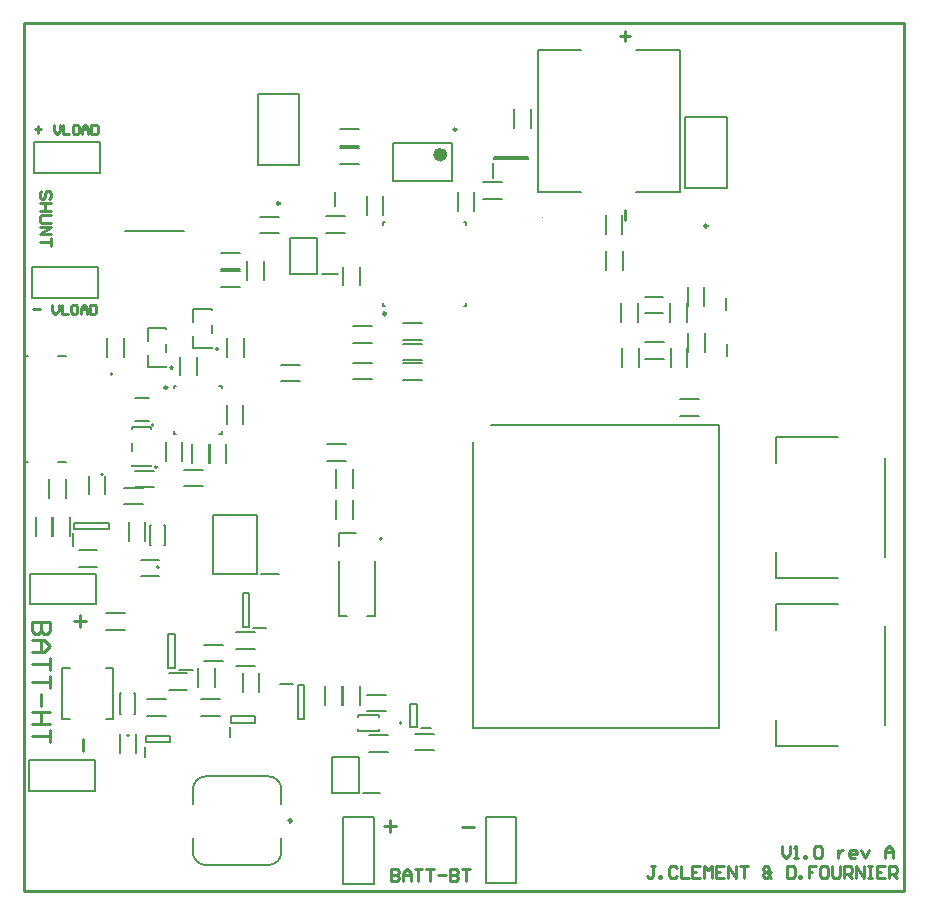
<source format=gto>
G04*
G04 #@! TF.GenerationSoftware,Altium Limited,Altium Designer,22.10.1 (41)*
G04*
G04 Layer_Color=65535*
%FSLAX43Y43*%
%MOMM*%
G71*
G04*
G04 #@! TF.SameCoordinates,DCDCABE6-F013-49A3-9D9D-6440811BB2A6*
G04*
G04*
G04 #@! TF.FilePolarity,Positive*
G04*
G01*
G75*
%ADD10C,0.250*%
%ADD11C,0.600*%
%ADD12C,0.100*%
%ADD13C,0.200*%
%ADD14C,0.150*%
%ADD15C,0.127*%
%ADD16C,0.254*%
D10*
X30675Y48850D02*
G03*
X30675Y48850I-125J0D01*
G01*
X36655Y64450D02*
G03*
X36655Y64450I-125J0D01*
G01*
X11290Y35870D02*
G03*
X11290Y35870I-75J0D01*
G01*
X22700Y5925D02*
G03*
X22700Y5925I-125J0D01*
G01*
X12170Y42610D02*
G03*
X12170Y42610I-125J0D01*
G01*
X21700Y58205D02*
G03*
X21700Y58205I-125J0D01*
G01*
X57900Y56280D02*
G03*
X57900Y56280I-125J0D01*
G01*
X16475Y45875D02*
G03*
X16475Y45875I-75J0D01*
G01*
X12600Y44275D02*
G03*
X12600Y44275I-75J0D01*
G01*
X31100Y1800D02*
Y800D01*
X31600D01*
X31766Y967D01*
Y1133D01*
X31600Y1300D01*
X31100D01*
X31600D01*
X31766Y1466D01*
Y1633D01*
X31600Y1800D01*
X31100D01*
X32100Y800D02*
Y1466D01*
X32433Y1800D01*
X32766Y1466D01*
Y800D01*
Y1300D01*
X32100D01*
X33099Y1800D02*
X33766D01*
X33433D01*
Y800D01*
X34099Y1800D02*
X34765D01*
X34432D01*
Y800D01*
X35099Y1300D02*
X35765D01*
X36098Y1800D02*
Y800D01*
X36598D01*
X36765Y967D01*
Y1133D01*
X36598Y1300D01*
X36098D01*
X36598D01*
X36765Y1466D01*
Y1633D01*
X36598Y1800D01*
X36098D01*
X37098D02*
X37765D01*
X37431D01*
Y800D01*
X64250Y3750D02*
Y3083D01*
X64583Y2750D01*
X64916Y3083D01*
Y3750D01*
X65250Y2750D02*
X65583D01*
X65416D01*
Y3750D01*
X65250Y3583D01*
X66083Y2750D02*
Y2917D01*
X66249D01*
Y2750D01*
X66083D01*
X66916Y3583D02*
X67082Y3750D01*
X67416D01*
X67582Y3583D01*
Y2917D01*
X67416Y2750D01*
X67082D01*
X66916Y2917D01*
Y3583D01*
X68915Y3416D02*
Y2750D01*
Y3083D01*
X69082Y3250D01*
X69248Y3416D01*
X69415D01*
X70415Y2750D02*
X70081D01*
X69915Y2917D01*
Y3250D01*
X70081Y3416D01*
X70415D01*
X70581Y3250D01*
Y3083D01*
X69915D01*
X70915Y3416D02*
X71248Y2750D01*
X71581Y3416D01*
X72914Y2750D02*
Y3416D01*
X73247Y3750D01*
X73580Y3416D01*
Y2750D01*
Y3250D01*
X72914D01*
X53466Y2100D02*
X53133D01*
X53300D01*
Y1267D01*
X53133Y1100D01*
X52967D01*
X52800Y1267D01*
X53800Y1100D02*
Y1267D01*
X53966D01*
Y1100D01*
X53800D01*
X55299Y1933D02*
X55133Y2100D01*
X54799D01*
X54633Y1933D01*
Y1267D01*
X54799Y1100D01*
X55133D01*
X55299Y1267D01*
X55632Y2100D02*
Y1100D01*
X56299D01*
X57299Y2100D02*
X56632D01*
Y1100D01*
X57299D01*
X56632Y1600D02*
X56965D01*
X57632Y1100D02*
Y2100D01*
X57965Y1766D01*
X58298Y2100D01*
Y1100D01*
X59298Y2100D02*
X58631D01*
Y1100D01*
X59298D01*
X58631Y1600D02*
X58965D01*
X59631Y1100D02*
Y2100D01*
X60298Y1100D01*
Y2100D01*
X60631D02*
X61297D01*
X60964D01*
Y1100D01*
X63297D02*
X63130Y1267D01*
X62963Y1100D01*
X62797D01*
X62630Y1267D01*
Y1433D01*
X62797Y1600D01*
X62630Y1766D01*
Y1933D01*
X62797Y2100D01*
X62963D01*
X63130Y1933D01*
Y1766D01*
X62963Y1600D01*
X63130Y1433D01*
Y1267D01*
X63297Y1600D02*
X63130Y1433D01*
X62797Y1600D02*
X62963D01*
X64630Y2100D02*
Y1100D01*
X65129D01*
X65296Y1267D01*
Y1933D01*
X65129Y2100D01*
X64630D01*
X65629Y1100D02*
Y1267D01*
X65796D01*
Y1100D01*
X65629D01*
X67129Y2100D02*
X66462D01*
Y1600D01*
X66795D01*
X66462D01*
Y1100D01*
X67962Y2100D02*
X67629D01*
X67462Y1933D01*
Y1267D01*
X67629Y1100D01*
X67962D01*
X68128Y1267D01*
Y1933D01*
X67962Y2100D01*
X68462D02*
Y1267D01*
X68628Y1100D01*
X68961D01*
X69128Y1267D01*
Y2100D01*
X69461Y1100D02*
Y2100D01*
X69961D01*
X70128Y1933D01*
Y1600D01*
X69961Y1433D01*
X69461D01*
X69795D02*
X70128Y1100D01*
X70461D02*
Y2100D01*
X71127Y1100D01*
Y2100D01*
X71461D02*
X71794D01*
X71627D01*
Y1100D01*
X71461D01*
X71794D01*
X72960Y2100D02*
X72294D01*
Y1100D01*
X72960D01*
X72294Y1600D02*
X72627D01*
X73293Y1100D02*
Y2100D01*
X73793D01*
X73960Y1933D01*
Y1600D01*
X73793Y1433D01*
X73293D01*
X73627D02*
X73960Y1100D01*
X950Y64450D02*
X1483D01*
X1217Y64716D02*
Y64183D01*
X2549Y64850D02*
Y64317D01*
X2816Y64050D01*
X3083Y64317D01*
Y64850D01*
X3349D02*
Y64050D01*
X3882D01*
X4549Y64850D02*
X4282D01*
X4149Y64716D01*
Y64183D01*
X4282Y64050D01*
X4549D01*
X4682Y64183D01*
Y64716D01*
X4549Y64850D01*
X4949Y64050D02*
Y64583D01*
X5215Y64850D01*
X5482Y64583D01*
Y64050D01*
Y64450D01*
X4949D01*
X5748Y64850D02*
Y64050D01*
X6148D01*
X6282Y64183D01*
Y64716D01*
X6148Y64850D01*
X5748D01*
X825Y49225D02*
X1358D01*
X2424Y49625D02*
Y49092D01*
X2691Y48825D01*
X2958Y49092D01*
Y49625D01*
X3224D02*
Y48825D01*
X3757D01*
X4424Y49625D02*
X4157D01*
X4024Y49491D01*
Y48958D01*
X4157Y48825D01*
X4424D01*
X4557Y48958D01*
Y49491D01*
X4424Y49625D01*
X4824Y48825D02*
Y49358D01*
X5090Y49625D01*
X5357Y49358D01*
Y48825D01*
Y49225D01*
X4824D01*
X5623Y49625D02*
Y48825D01*
X6023D01*
X6157Y48958D01*
Y49491D01*
X6023Y49625D01*
X5623D01*
X2183Y58559D02*
X2350Y58725D01*
Y59058D01*
X2183Y59225D01*
X2016D01*
X1850Y59058D01*
Y58725D01*
X1683Y58559D01*
X1517D01*
X1350Y58725D01*
Y59058D01*
X1517Y59225D01*
X2350Y58225D02*
X1350D01*
X1850D01*
Y57559D01*
X2350D01*
X1350D01*
X2350Y57226D02*
X1517D01*
X1350Y57059D01*
Y56726D01*
X1517Y56559D01*
X2350D01*
X1350Y56226D02*
X2350D01*
X1350Y55560D01*
X2350D01*
Y55226D02*
Y54560D01*
Y54893D01*
X1350D01*
X2274Y22750D02*
X750D01*
Y21988D01*
X1004Y21734D01*
X1258D01*
X1512Y21988D01*
Y22750D01*
Y21988D01*
X1766Y21734D01*
X2020D01*
X2274Y21988D01*
Y22750D01*
X750Y21226D02*
X1766D01*
X2274Y20719D01*
X1766Y20211D01*
X750D01*
X1512D01*
Y21226D01*
X2274Y19703D02*
Y18687D01*
Y19195D01*
X750D01*
X2274Y18179D02*
Y17164D01*
Y17672D01*
X750D01*
X1512Y16656D02*
Y15640D01*
X2274Y15132D02*
X750D01*
X1512D01*
Y14117D01*
X2274D01*
X750D01*
X2274Y13609D02*
Y12593D01*
Y13101D01*
X750D01*
D11*
X35575Y62325D02*
G03*
X35575Y62325I-300J0D01*
G01*
D12*
X43975Y56900D02*
G03*
X43975Y57000I0J50D01*
G01*
D02*
G03*
X43975Y56900I0J-50D01*
G01*
D13*
X11040Y39430D02*
G03*
X11040Y39430I-100J0D01*
G01*
X7550Y43750D02*
G03*
X7550Y43750I-100J0D01*
G01*
X30325Y29810D02*
G03*
X30325Y29810I-100J0D01*
G01*
X32010Y14200D02*
G03*
X32010Y14200I-100J0D01*
G01*
X8925Y13140D02*
G03*
X8925Y13140I-100J0D01*
G01*
X11450Y27390D02*
G03*
X11450Y27390I-100J0D01*
G01*
X21825Y8575D02*
G03*
X20725Y9675I-1100J0D01*
G01*
X15425D02*
G03*
X14325Y8575I0J-1100D01*
G01*
Y3275D02*
G03*
X15425Y2175I1100J0D01*
G01*
X20725D02*
G03*
X21825Y3275I0J1100D01*
G01*
X6750Y35250D02*
G03*
X6750Y35250I-100J0D01*
G01*
X39540Y39395D02*
X58840D01*
X43225Y13805D02*
X53635D01*
X38020D02*
Y38025D01*
Y13805D02*
X43225D01*
X58840D02*
Y39395D01*
X53635Y13805D02*
X58840D01*
X8600Y55825D02*
X13600D01*
X25225Y52225D02*
X26625D01*
X24875D02*
Y55225D01*
X22575D02*
X24875D01*
X22575Y52225D02*
Y55225D01*
Y52225D02*
X24875D01*
X30400Y49500D02*
X30625D01*
X30400D02*
Y49725D01*
Y56375D02*
Y56600D01*
X30625D01*
X37275D02*
X37500D01*
Y56375D02*
Y56600D01*
X37275Y49500D02*
X37500D01*
Y49725D01*
X39770Y60350D02*
Y61600D01*
X39815Y61950D02*
X42735D01*
Y62100D01*
X39815D02*
X42735D01*
X39815Y61950D02*
Y62100D01*
X31275Y60125D02*
Y63325D01*
X36275Y60125D02*
Y63325D01*
X31275Y60125D02*
X36275D01*
X31275Y63325D02*
X36275D01*
X26325Y57950D02*
Y59150D01*
X59550Y45250D02*
Y46300D01*
X59500Y49150D02*
Y50200D01*
X2920Y36305D02*
X3600D01*
X2920Y45245D02*
X3600D01*
X10Y36305D02*
X360D01*
X10D02*
Y45245D01*
X360D01*
X17500Y13025D02*
Y13875D01*
X17600Y14225D02*
X19600D01*
Y14775D01*
X17600D02*
X19600D01*
X17600Y14225D02*
Y14775D01*
X10375Y12550D02*
Y13100D01*
X12375D01*
Y12550D02*
Y13100D01*
X10375Y12550D02*
X12375D01*
X10275Y11350D02*
Y12200D01*
X20125Y26775D02*
X21600D01*
X19775Y26800D02*
Y31800D01*
X16075D02*
X19775D01*
X16075Y26800D02*
Y31800D01*
Y26800D02*
X19775D01*
X32725Y13850D02*
X33275D01*
X32725D02*
Y15850D01*
X33275D01*
Y13850D02*
Y15850D01*
X33625Y13750D02*
X34475D01*
X26125Y8300D02*
X28425D01*
X26125D02*
Y11300D01*
X28425D01*
Y8300D02*
Y11300D01*
X28775Y8300D02*
X30175D01*
X12200Y18825D02*
X12800D01*
X12200D02*
Y21725D01*
X12800D01*
Y18825D02*
Y21725D01*
X13150Y18675D02*
X14350D01*
X21825Y7375D02*
Y8575D01*
X14325Y7375D02*
Y8575D01*
Y3275D02*
Y4475D01*
X15425Y9675D02*
X20725D01*
X21825Y3275D02*
Y4475D01*
X15425Y2175D02*
X20725D01*
X3295Y18830D02*
X3950D01*
X3295Y14520D02*
X3950D01*
X6950D02*
X7605D01*
Y18830D01*
X6950D02*
X7605D01*
X3295Y14520D02*
Y18830D01*
X12695Y42535D02*
Y42760D01*
X12920D01*
X16570D02*
X16795D01*
Y42535D02*
Y42760D01*
Y38660D02*
Y38885D01*
X16570Y38660D02*
X16795D01*
X12695D02*
Y38885D01*
Y38660D02*
X12920D01*
X19825Y61450D02*
Y67450D01*
Y61450D02*
X23325D01*
X19825Y67450D02*
X23325D01*
Y61450D02*
Y67450D01*
X56025Y59525D02*
Y65525D01*
Y59525D02*
X59525D01*
X56025Y65525D02*
X59525D01*
Y59525D02*
Y65525D01*
X19400Y22225D02*
X20500D01*
X19050Y22290D02*
Y25210D01*
X18550D02*
X19050D01*
X18550Y22290D02*
Y25210D01*
Y22290D02*
X19050D01*
X21750Y17500D02*
X22850D01*
X23200Y14515D02*
Y17435D01*
Y14515D02*
X23700D01*
Y17435D01*
X23200D02*
X23700D01*
X4225Y29175D02*
Y30275D01*
X4290Y30625D02*
X7210D01*
Y31125D01*
X4290D02*
X7210D01*
X4290Y30625D02*
Y31125D01*
D14*
X20050Y55650D02*
X21650D01*
X20050Y57050D02*
X21650D01*
X700Y50225D02*
X6300D01*
X700D02*
Y52825D01*
X6300D01*
Y50225D02*
Y52825D01*
X16732Y51101D02*
X18332D01*
X16732Y52501D02*
X18332D01*
X16725Y52600D02*
X18325D01*
X16725Y54000D02*
X18325D01*
X18925Y51675D02*
Y53275D01*
X20325Y51675D02*
Y53275D01*
X900Y60800D02*
X6500D01*
X900D02*
Y63400D01*
X6500D01*
Y60800D02*
Y63400D01*
X38875Y59975D02*
X40475D01*
X38875Y58575D02*
X40475D01*
X29050Y57225D02*
Y58825D01*
X30450Y57225D02*
Y58825D01*
X52625Y46450D02*
X54225D01*
X52625Y45050D02*
X54225D01*
X32100Y46325D02*
X33700D01*
X32100Y44925D02*
X33700D01*
X32125Y48025D02*
X33725D01*
X32125Y46625D02*
X33725D01*
X32100Y44675D02*
X33700D01*
X32100Y43275D02*
X33700D01*
X27925Y44700D02*
X29525D01*
X27925Y43300D02*
X29525D01*
X38150Y57550D02*
Y59150D01*
X36750Y57550D02*
Y59150D01*
X49325Y52550D02*
Y54150D01*
X50725Y52550D02*
Y54150D01*
X50700Y55575D02*
Y57175D01*
X49300Y55575D02*
Y57175D01*
X41558Y64596D02*
Y66196D01*
X42958Y64596D02*
Y66196D01*
X56150Y48175D02*
Y49775D01*
X54750Y48175D02*
Y49775D01*
X52575Y50275D02*
X54175D01*
X52575Y48875D02*
X54175D01*
X56200Y44350D02*
Y45950D01*
X54800Y44350D02*
Y45950D01*
X56275Y45650D02*
Y47250D01*
X57675Y45650D02*
Y47250D01*
X56225Y49500D02*
Y51100D01*
X57625Y49500D02*
Y51100D01*
X52000Y48175D02*
Y49775D01*
X50600Y48175D02*
Y49775D01*
X52075Y44350D02*
Y45950D01*
X50675Y44350D02*
Y45950D01*
X27925Y47775D02*
X29525D01*
X27925Y46375D02*
X29525D01*
X25611Y55725D02*
X27211D01*
X25611Y57125D02*
X27211D01*
X26800Y64450D02*
X28400D01*
X26800Y63050D02*
X28400D01*
X28450Y51250D02*
Y52850D01*
X27050Y51250D02*
Y52850D01*
X26775Y61525D02*
X28375D01*
X26775Y62925D02*
X28375D01*
X39125Y675D02*
X41725D01*
Y6275D01*
X39125D02*
X41725D01*
X39125Y675D02*
Y6275D01*
X475Y8450D02*
Y11050D01*
Y8450D02*
X6075D01*
Y11050D01*
X475D02*
X6075D01*
X27075Y600D02*
X29675D01*
Y6200D01*
X27075D02*
X29675D01*
X27075Y600D02*
Y6200D01*
X6125Y24250D02*
Y26850D01*
X525D02*
X6125D01*
X525Y24250D02*
Y26850D01*
Y24250D02*
X6125D01*
X9440Y39730D02*
X10640D01*
X9440Y41730D02*
X10640D01*
X72950Y14050D02*
Y22450D01*
X63700Y12250D02*
X68925D01*
X63700D02*
Y14450D01*
Y24250D02*
X68925D01*
X63700Y22050D02*
Y24250D01*
X72950Y28250D02*
Y36650D01*
X63700Y26450D02*
X68925D01*
X63700D02*
Y28650D01*
Y38450D02*
X68925D01*
X63700Y36250D02*
Y38450D01*
X9190Y35920D02*
Y36020D01*
Y35920D02*
X10790D01*
Y36020D01*
Y39120D02*
Y39220D01*
X9190D02*
X10790D01*
X9190Y39120D02*
Y39220D01*
Y37220D02*
Y37920D01*
X25725Y37800D02*
X27325D01*
X25725Y36400D02*
X27325D01*
X27875Y31450D02*
Y33050D01*
X26475Y31450D02*
Y33050D01*
X26475Y34125D02*
Y35725D01*
X27875Y34125D02*
Y35725D01*
X15050Y16225D02*
X16650D01*
X15050Y14825D02*
X16650D01*
X8125Y11675D02*
Y13275D01*
X9525Y11675D02*
Y13275D01*
X9900Y28025D02*
X11500D01*
X9900Y26625D02*
X11500D01*
X33125Y11900D02*
X34725D01*
X33125Y13300D02*
X34725D01*
X17975Y19025D02*
X19575D01*
X17975Y20425D02*
X19575D01*
X28450Y15700D02*
Y17300D01*
X27050Y15700D02*
Y17300D01*
X1025Y30000D02*
Y31600D01*
X2425Y30000D02*
Y31600D01*
X10300Y29600D02*
Y31200D01*
X8900Y29600D02*
Y31200D01*
X29275Y13175D02*
X30875D01*
X29275Y11775D02*
X30875D01*
X9425Y34150D02*
X11025D01*
X9425Y35550D02*
X11025D01*
X5525Y33550D02*
Y35150D01*
X6925Y33550D02*
Y35150D01*
X6950Y22075D02*
X8550D01*
X6950Y23475D02*
X8550D01*
X10450Y14825D02*
X12050D01*
X10450Y16225D02*
X12050D01*
X12275Y18400D02*
X13875D01*
X12275Y17000D02*
X13875D01*
X55550Y40225D02*
X57150D01*
X55550Y41625D02*
X57150D01*
X17200Y39525D02*
Y41125D01*
X18600Y39525D02*
Y41125D01*
X14275Y36200D02*
Y37800D01*
X15675Y36200D02*
Y37800D01*
X12025Y36350D02*
Y37950D01*
X13425Y36350D02*
Y37950D01*
X13575Y34250D02*
X15175D01*
X13575Y35650D02*
X15175D01*
X19950Y16850D02*
Y18450D01*
X18550Y16850D02*
Y18450D01*
X17975Y21900D02*
X19575D01*
X17975Y20500D02*
X19575D01*
X29050Y16600D02*
X30650D01*
X29050Y15200D02*
X30650D01*
X25525Y15700D02*
Y17300D01*
X26925Y15700D02*
Y17300D01*
X4650Y28825D02*
X6250D01*
X4650Y27425D02*
X6250D01*
X3900Y30000D02*
Y31600D01*
X2500Y30000D02*
Y31600D01*
X8500Y32700D02*
X10100D01*
X8500Y34100D02*
X10100D01*
X15300Y20825D02*
X16900D01*
X15300Y19425D02*
X16900D01*
X14800Y17225D02*
Y18825D01*
X16200Y17225D02*
Y18825D01*
X3570Y33280D02*
Y34880D01*
X2170Y33280D02*
Y34880D01*
X7070Y45190D02*
Y46790D01*
X8470Y45190D02*
Y46790D01*
X17250Y45200D02*
Y46800D01*
X18650Y45200D02*
Y46800D01*
X21800Y43150D02*
X23400D01*
X21800Y44550D02*
X23400D01*
X14675Y43625D02*
Y45225D01*
X13275Y43625D02*
Y45225D01*
X15775Y36200D02*
Y37800D01*
X17175Y36200D02*
Y37800D01*
X15975Y47225D02*
Y47925D01*
X14375Y45925D02*
Y46975D01*
Y45925D02*
X15975D01*
Y46025D01*
Y49125D02*
Y49225D01*
X14375D02*
X15975D01*
X14375Y48175D02*
Y49225D01*
X12100Y45625D02*
Y46325D01*
X10500Y44325D02*
Y45375D01*
Y44325D02*
X12100D01*
Y44425D01*
Y47525D02*
Y47625D01*
X10500D02*
X12100D01*
X10500Y46575D02*
Y47625D01*
D15*
X43550Y71200D02*
X47230D01*
X43550Y59200D02*
X47230D01*
X43550D02*
Y71200D01*
X51870D02*
X55550D01*
X51870Y59200D02*
X55550D01*
Y71200D01*
X26725Y23300D02*
X27375D01*
X26725D02*
Y27950D01*
Y29150D02*
Y30300D01*
X28125D01*
X29725Y23300D02*
Y27950D01*
X29075Y23300D02*
X29725D01*
X28350Y14850D02*
X30050D01*
X28350Y13550D02*
X30050D01*
Y14750D02*
Y14850D01*
Y13550D02*
Y13650D01*
X28350Y14750D02*
Y14850D01*
Y13550D02*
Y13650D01*
X9475Y15000D02*
Y16700D01*
X8175Y15000D02*
Y16700D01*
X9375Y15000D02*
X9475D01*
X8175D02*
X8275D01*
X9375Y16700D02*
X9475D01*
X8175D02*
X8275D01*
X10700Y30950D02*
X10800D01*
X11900D02*
X12000D01*
X10700Y29250D02*
X10800D01*
X11900D02*
X12000D01*
X10700D02*
Y30950D01*
X12000Y29250D02*
Y30950D01*
D16*
X38146Y5396D02*
X37130D01*
X30529Y5487D02*
X31545D01*
X31037Y5995D02*
Y4979D01*
X5021Y11854D02*
Y12870D01*
X4229Y22837D02*
X5245D01*
X4737Y23345D02*
Y22329D01*
X50885Y57600D02*
Y56754D01*
Y72800D02*
Y71954D01*
X51308Y72377D02*
X50462D01*
X0Y0D02*
X74500D01*
X74500Y73500D02*
X74500Y0D01*
X0Y73500D02*
X74500D01*
X0Y0D02*
Y73500D01*
M02*

</source>
